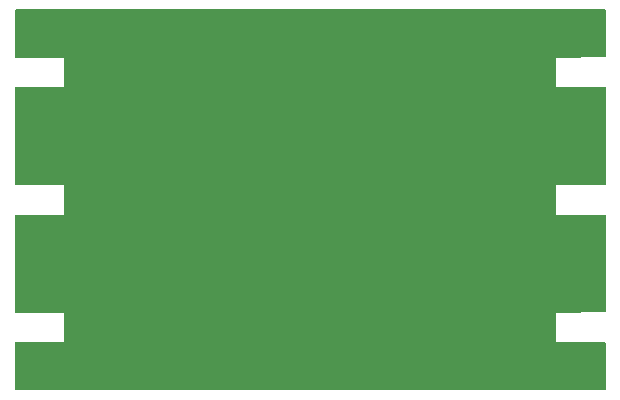
<source format=gbr>
G04 EAGLE Gerber RS-274X export*
G75*
%MOMM*%
%FSLAX34Y34*%
%LPD*%
%INEAGLE Copper Layer 15*%
%IPPOS*%
%AMOC8*
5,1,8,0,0,1.08239X$1,22.5*%
G01*
%ADD10C,0.503200*%
%ADD11C,0.603200*%

G36*
X503250Y3814D02*
X503250Y3814D01*
X503270Y3812D01*
X503371Y3834D01*
X503474Y3850D01*
X503491Y3860D01*
X503510Y3864D01*
X503599Y3917D01*
X503691Y3966D01*
X503704Y3980D01*
X503721Y3990D01*
X503789Y4069D01*
X503860Y4144D01*
X503869Y4162D01*
X503881Y4177D01*
X503920Y4273D01*
X503964Y4367D01*
X503966Y4387D01*
X503973Y4405D01*
X503992Y4572D01*
X504016Y43942D01*
X504013Y43961D01*
X504015Y43981D01*
X503993Y44082D01*
X503976Y44184D01*
X503967Y44202D01*
X503963Y44222D01*
X503910Y44311D01*
X503861Y44402D01*
X503847Y44416D01*
X503836Y44433D01*
X503758Y44500D01*
X503683Y44571D01*
X503665Y44580D01*
X503650Y44593D01*
X503553Y44632D01*
X503460Y44675D01*
X503440Y44677D01*
X503421Y44685D01*
X503255Y44703D01*
X462280Y44703D01*
X462279Y44704D01*
X462279Y69592D01*
X462279Y69593D01*
X462279Y69596D01*
X462279Y69597D01*
X503275Y69824D01*
X503292Y69827D01*
X503310Y69825D01*
X503413Y69848D01*
X503518Y69866D01*
X503533Y69874D01*
X503550Y69878D01*
X503641Y69932D01*
X503734Y69982D01*
X503746Y69995D01*
X503761Y70004D01*
X503830Y70084D01*
X503903Y70161D01*
X503910Y70177D01*
X503921Y70190D01*
X503961Y70289D01*
X504005Y70385D01*
X504007Y70402D01*
X504013Y70419D01*
X504032Y70585D01*
X504081Y151892D01*
X504078Y151911D01*
X504080Y151931D01*
X504058Y152032D01*
X504042Y152134D01*
X504032Y152152D01*
X504028Y152172D01*
X503975Y152261D01*
X503927Y152352D01*
X503912Y152366D01*
X503902Y152383D01*
X503823Y152450D01*
X503748Y152521D01*
X503730Y152530D01*
X503715Y152543D01*
X503619Y152582D01*
X503525Y152625D01*
X503505Y152627D01*
X503487Y152635D01*
X503320Y152653D01*
X462280Y152653D01*
X462279Y152654D01*
X462279Y177542D01*
X462279Y177543D01*
X462279Y177546D01*
X462279Y177547D01*
X503340Y177775D01*
X503358Y177778D01*
X503375Y177776D01*
X503478Y177798D01*
X503583Y177816D01*
X503598Y177824D01*
X503616Y177828D01*
X503706Y177882D01*
X503800Y177932D01*
X503812Y177945D01*
X503827Y177954D01*
X503896Y178034D01*
X503968Y178112D01*
X503975Y178127D01*
X503987Y178141D01*
X504026Y178239D01*
X504070Y178335D01*
X504072Y178353D01*
X504079Y178369D01*
X504097Y178536D01*
X504147Y259842D01*
X504143Y259861D01*
X504146Y259881D01*
X504124Y259982D01*
X504107Y260084D01*
X504098Y260102D01*
X504093Y260122D01*
X504040Y260211D01*
X503992Y260302D01*
X503978Y260316D01*
X503967Y260333D01*
X503889Y260400D01*
X503814Y260471D01*
X503796Y260480D01*
X503780Y260493D01*
X503684Y260532D01*
X503591Y260575D01*
X503571Y260577D01*
X503552Y260585D01*
X503385Y260603D01*
X462280Y260603D01*
X462279Y260604D01*
X462279Y285492D01*
X462279Y285493D01*
X462279Y285496D01*
X462279Y285497D01*
X503406Y285725D01*
X503423Y285728D01*
X503441Y285726D01*
X503544Y285749D01*
X503648Y285766D01*
X503664Y285775D01*
X503681Y285778D01*
X503772Y285832D01*
X503865Y285883D01*
X503877Y285895D01*
X503892Y285904D01*
X503961Y285985D01*
X504033Y286062D01*
X504041Y286078D01*
X504052Y286091D01*
X504092Y286189D01*
X504136Y286286D01*
X504138Y286303D01*
X504144Y286319D01*
X504163Y286486D01*
X504187Y325628D01*
X504183Y325647D01*
X504185Y325667D01*
X504164Y325768D01*
X504147Y325870D01*
X504138Y325888D01*
X504133Y325908D01*
X504080Y325997D01*
X504032Y326088D01*
X504017Y326102D01*
X504007Y326119D01*
X503928Y326186D01*
X503854Y326257D01*
X503835Y326266D01*
X503820Y326279D01*
X503724Y326318D01*
X503631Y326361D01*
X503611Y326363D01*
X503592Y326371D01*
X503425Y326389D01*
X4572Y326389D01*
X4552Y326386D01*
X4533Y326388D01*
X4431Y326366D01*
X4329Y326350D01*
X4312Y326340D01*
X4292Y326336D01*
X4203Y326283D01*
X4112Y326234D01*
X4098Y326220D01*
X4081Y326210D01*
X4014Y326131D01*
X3942Y326056D01*
X3934Y326038D01*
X3921Y326023D01*
X3882Y325927D01*
X3839Y325833D01*
X3837Y325813D01*
X3829Y325795D01*
X3811Y325628D01*
X3811Y286258D01*
X3814Y286238D01*
X3812Y286219D01*
X3834Y286117D01*
X3850Y286015D01*
X3860Y285998D01*
X3864Y285978D01*
X3917Y285889D01*
X3966Y285798D01*
X3980Y285784D01*
X3990Y285767D01*
X4069Y285700D01*
X4144Y285628D01*
X4162Y285620D01*
X4177Y285607D01*
X4273Y285568D01*
X4367Y285525D01*
X4387Y285523D01*
X4405Y285515D01*
X4572Y285497D01*
X45720Y285497D01*
X45721Y285496D01*
X45721Y260608D01*
X45721Y260607D01*
X45721Y260604D01*
X45721Y260603D01*
X4568Y260375D01*
X4550Y260372D01*
X4533Y260374D01*
X4429Y260351D01*
X4325Y260334D01*
X4310Y260325D01*
X4292Y260321D01*
X4202Y260267D01*
X4108Y260217D01*
X4096Y260204D01*
X4081Y260195D01*
X4012Y260115D01*
X3940Y260038D01*
X3933Y260022D01*
X3921Y260008D01*
X3882Y259910D01*
X3838Y259814D01*
X3836Y259797D01*
X3829Y259780D01*
X3811Y259613D01*
X3811Y178308D01*
X3814Y178288D01*
X3812Y178269D01*
X3834Y178167D01*
X3850Y178065D01*
X3860Y178048D01*
X3864Y178028D01*
X3917Y177939D01*
X3966Y177848D01*
X3980Y177834D01*
X3990Y177817D01*
X4069Y177750D01*
X4144Y177678D01*
X4162Y177670D01*
X4177Y177657D01*
X4273Y177618D01*
X4367Y177575D01*
X4387Y177573D01*
X4405Y177565D01*
X4572Y177547D01*
X45720Y177547D01*
X45721Y177546D01*
X45721Y152658D01*
X45721Y152657D01*
X45721Y152654D01*
X45721Y152653D01*
X4568Y152425D01*
X4550Y152422D01*
X4533Y152424D01*
X4429Y152401D01*
X4325Y152384D01*
X4310Y152375D01*
X4292Y152371D01*
X4202Y152317D01*
X4108Y152267D01*
X4096Y152254D01*
X4081Y152245D01*
X4012Y152165D01*
X3940Y152088D01*
X3933Y152072D01*
X3921Y152058D01*
X3882Y151960D01*
X3838Y151864D01*
X3836Y151847D01*
X3829Y151830D01*
X3811Y151663D01*
X3811Y70358D01*
X3814Y70338D01*
X3812Y70319D01*
X3834Y70217D01*
X3850Y70115D01*
X3860Y70098D01*
X3864Y70078D01*
X3917Y69989D01*
X3966Y69898D01*
X3980Y69884D01*
X3990Y69867D01*
X4069Y69800D01*
X4144Y69728D01*
X4162Y69720D01*
X4177Y69707D01*
X4273Y69668D01*
X4367Y69625D01*
X4387Y69623D01*
X4405Y69615D01*
X4572Y69597D01*
X45720Y69597D01*
X45721Y69596D01*
X45721Y44708D01*
X45721Y44707D01*
X45721Y44704D01*
X45721Y44703D01*
X4568Y44475D01*
X4550Y44472D01*
X4533Y44474D01*
X4429Y44451D01*
X4325Y44434D01*
X4310Y44425D01*
X4292Y44421D01*
X4202Y44367D01*
X4108Y44317D01*
X4096Y44304D01*
X4081Y44295D01*
X4012Y44215D01*
X3940Y44138D01*
X3933Y44122D01*
X3921Y44108D01*
X3882Y44010D01*
X3838Y43914D01*
X3836Y43897D01*
X3829Y43880D01*
X3811Y43713D01*
X3811Y4572D01*
X3814Y4552D01*
X3812Y4533D01*
X3834Y4431D01*
X3850Y4329D01*
X3860Y4312D01*
X3864Y4292D01*
X3917Y4203D01*
X3966Y4112D01*
X3980Y4098D01*
X3990Y4081D01*
X4069Y4014D01*
X4144Y3942D01*
X4162Y3934D01*
X4177Y3921D01*
X4273Y3882D01*
X4367Y3839D01*
X4387Y3837D01*
X4405Y3829D01*
X4572Y3811D01*
X503231Y3811D01*
X503250Y3814D01*
G37*
D10*
X496570Y40640D03*
X496570Y73660D03*
X471170Y40640D03*
X471170Y73660D03*
X496570Y96520D03*
X471170Y96520D03*
X496570Y17780D03*
X471170Y17780D03*
X483870Y17780D03*
X483870Y96520D03*
X483870Y73660D03*
X483870Y40640D03*
X11430Y73660D03*
X11430Y40640D03*
X36830Y73660D03*
X36830Y40640D03*
X11430Y17780D03*
X36830Y17780D03*
X11430Y96520D03*
X36830Y96520D03*
X24130Y96520D03*
X24130Y17780D03*
X24130Y40640D03*
X24130Y73660D03*
X11430Y181610D03*
X11430Y148590D03*
X36830Y181610D03*
X36830Y148590D03*
X11430Y125730D03*
X36830Y125730D03*
X11430Y204470D03*
X36830Y204470D03*
X24130Y204470D03*
X24130Y125730D03*
X24130Y148590D03*
X24130Y181610D03*
X496570Y148590D03*
X496570Y181610D03*
X471170Y148590D03*
X471170Y181610D03*
X496570Y204470D03*
X471170Y204470D03*
X496570Y125730D03*
X471170Y125730D03*
X483870Y125730D03*
X483870Y204470D03*
X483870Y181610D03*
X483870Y148590D03*
X11430Y289560D03*
X11430Y256540D03*
X36830Y289560D03*
X36830Y256540D03*
X11430Y233680D03*
X36830Y233680D03*
X11430Y312420D03*
X36830Y312420D03*
X24130Y312420D03*
X24130Y233680D03*
X24130Y256540D03*
X24130Y289560D03*
X496570Y256540D03*
X496570Y289560D03*
X471170Y256540D03*
X471170Y289560D03*
X496570Y312420D03*
X471170Y312420D03*
X496570Y233680D03*
X471170Y233680D03*
X483870Y233680D03*
X483870Y312420D03*
X483870Y289560D03*
X483870Y256540D03*
D11*
X76200Y222250D03*
X101600Y222250D03*
X127000Y222250D03*
X152400Y222250D03*
X177800Y222250D03*
X203200Y222250D03*
X228600Y222250D03*
X254000Y222250D03*
X279400Y222250D03*
X304800Y222250D03*
X330200Y222250D03*
X355600Y222250D03*
X381000Y222250D03*
X406400Y222250D03*
X431800Y222250D03*
X76200Y114300D03*
X101600Y114300D03*
X127000Y114300D03*
X152400Y114300D03*
X177800Y114300D03*
X203200Y114300D03*
X228600Y114300D03*
X254000Y114300D03*
X279400Y114300D03*
X304800Y114300D03*
X330200Y114300D03*
X355600Y114300D03*
X381000Y114300D03*
X406400Y114300D03*
X431800Y114300D03*
X76200Y317500D03*
X101600Y317500D03*
X127000Y317500D03*
X152400Y317500D03*
X177800Y317500D03*
X203200Y317500D03*
X228600Y317500D03*
X254000Y317500D03*
X279400Y317500D03*
X304800Y317500D03*
X330200Y317500D03*
X355600Y317500D03*
X381000Y317500D03*
X406400Y317500D03*
X431800Y317500D03*
X76200Y12700D03*
X101600Y12700D03*
X127000Y12700D03*
X152400Y12700D03*
X177800Y12700D03*
X203200Y12700D03*
X228600Y12700D03*
X254000Y12700D03*
X279400Y12700D03*
X304800Y12700D03*
X330200Y12700D03*
X355600Y12700D03*
X381000Y12700D03*
X406400Y12700D03*
X431800Y12700D03*
X50800Y317500D03*
X50800Y222250D03*
X50800Y114300D03*
X50800Y12700D03*
X457200Y317500D03*
X457200Y222250D03*
X457200Y114300D03*
X457200Y12700D03*
M02*

</source>
